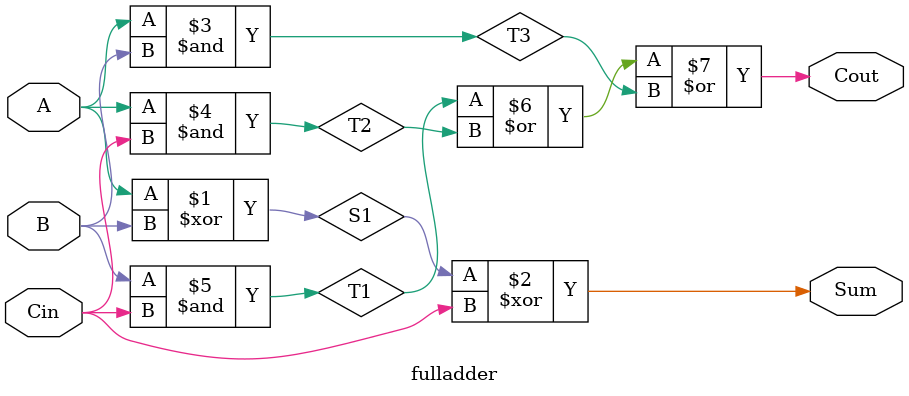
<source format=v>
`timescale 1ns / 1ps
module fulladder(
    input A,
    input B,
    input Cin,
    output Sum,
    output Cout
    );
	 
wire S1, T1, T2, T3;

xor X1 (S1, A, B);
xor X2 (Sum, S1, Cin);
and a1 (T3, A, B);
and a2 (T2, A, Cin);
and a3 (T1, B, Cin);
or  oc (Cout, T1, T2, T3 );

endmodule

</source>
